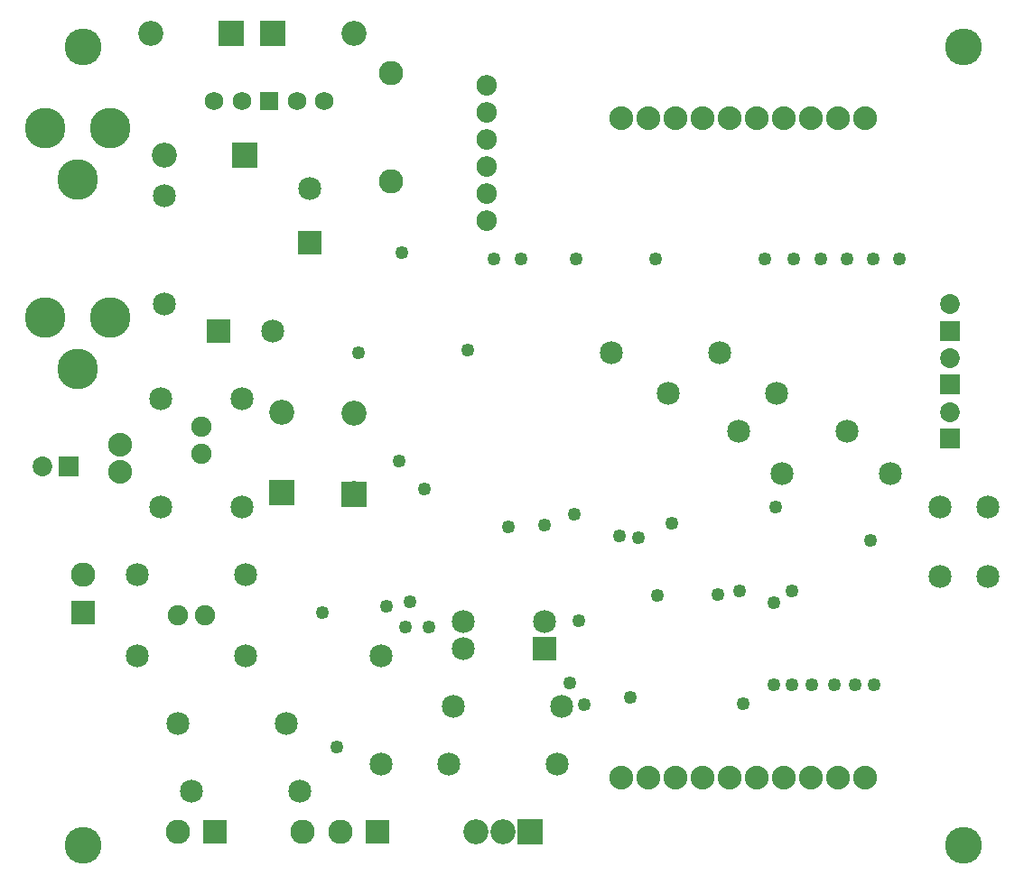
<source format=gts>
G04 MADE WITH FRITZING*
G04 WWW.FRITZING.ORG*
G04 DOUBLE SIDED*
G04 HOLES PLATED*
G04 CONTOUR ON CENTER OF CONTOUR VECTOR*
%ASAXBY*%
%FSLAX23Y23*%
%MOIN*%
%OFA0B0*%
%SFA1.0B1.0*%
%ADD10C,0.088000*%
%ADD11C,0.049370*%
%ADD12C,0.135984*%
%ADD13C,0.090000*%
%ADD14C,0.092000*%
%ADD15C,0.085000*%
%ADD16C,0.075000*%
%ADD17C,0.069000*%
%ADD18C,0.150000*%
%ADD19C,0.072992*%
%ADD20R,0.092000X0.092000*%
%ADD21R,0.085000X0.085000*%
%ADD22R,0.090000X0.090000*%
%ADD23R,0.069889X0.069000*%
%ADD24R,0.072992X0.072992*%
%ADD25R,0.001000X0.001000*%
%LNMASK1*%
G90*
G70*
G54D10*
X3132Y2892D03*
X3032Y2892D03*
X2932Y2892D03*
X2832Y2892D03*
X2732Y2892D03*
X2632Y2892D03*
X2532Y2892D03*
X2432Y2892D03*
X2332Y2892D03*
X2232Y2892D03*
X3132Y2892D03*
X3032Y2892D03*
X2932Y2892D03*
X2832Y2892D03*
X2732Y2892D03*
X2632Y2892D03*
X2532Y2892D03*
X2432Y2892D03*
X2332Y2892D03*
X2232Y2892D03*
X3131Y455D03*
X3031Y455D03*
X2931Y455D03*
X2831Y455D03*
X2731Y455D03*
X2631Y455D03*
X2531Y455D03*
X2431Y455D03*
X2331Y455D03*
X2231Y455D03*
X3131Y455D03*
X3031Y455D03*
X2931Y455D03*
X2831Y455D03*
X2731Y455D03*
X2631Y455D03*
X2531Y455D03*
X2431Y455D03*
X2331Y455D03*
X2231Y455D03*
G54D11*
X1763Y2372D03*
X1862Y2372D03*
X2067Y2372D03*
X2358Y2372D03*
X2763Y2372D03*
X2870Y2372D03*
X2968Y2372D03*
X3067Y2372D03*
X3161Y2372D03*
X3259Y2372D03*
X2590Y1132D03*
X2795Y1101D03*
X2669Y1144D03*
X2862Y1144D03*
X2795Y798D03*
X2862Y798D03*
X2937Y798D03*
X3019Y798D03*
X3094Y798D03*
X3165Y798D03*
X2224Y1349D03*
X2418Y1396D03*
X2295Y1341D03*
X1366Y1089D03*
X2366Y1128D03*
X2043Y806D03*
X1815Y1380D03*
X3153Y1333D03*
X1413Y1624D03*
X2059Y1428D03*
X2681Y727D03*
X1507Y1522D03*
X1523Y1010D03*
X1948Y1388D03*
X1129Y1065D03*
X1452Y1105D03*
X2094Y724D03*
X1437Y1010D03*
X2802Y1456D03*
X2074Y1034D03*
X2267Y750D03*
X1181Y569D03*
X1421Y2396D03*
G54D12*
X3494Y3154D03*
X244Y3154D03*
X3494Y204D03*
X244Y204D03*
G54D13*
X1381Y3058D03*
X1381Y2658D03*
G54D14*
X1894Y254D03*
X1794Y254D03*
X1694Y254D03*
G54D15*
X1949Y932D03*
X1649Y932D03*
X1949Y1032D03*
X1649Y1032D03*
X3409Y1199D03*
X3409Y1455D03*
X3586Y1199D03*
X3586Y1455D03*
G54D13*
X1332Y254D03*
X1194Y254D03*
X1057Y254D03*
X244Y1066D03*
X244Y1204D03*
X732Y254D03*
X594Y254D03*
G54D16*
X594Y1054D03*
X694Y1054D03*
X594Y1054D03*
X694Y1054D03*
X681Y1752D03*
X681Y1652D03*
X681Y1752D03*
X681Y1652D03*
G54D15*
X744Y2104D03*
X944Y2104D03*
X1082Y2432D03*
X1082Y2632D03*
G54D17*
X729Y2955D03*
X831Y2955D03*
X933Y2955D03*
X1034Y2955D03*
X1136Y2955D03*
G54D18*
X344Y2154D03*
X104Y2154D03*
X224Y1964D03*
X344Y2854D03*
X104Y2854D03*
X224Y2664D03*
G54D14*
X946Y3204D03*
X1244Y3204D03*
X842Y2754D03*
X544Y2754D03*
X1244Y1504D03*
X1244Y1802D03*
X980Y1508D03*
X980Y1806D03*
X792Y3204D03*
X494Y3204D03*
G54D15*
X1044Y404D03*
X644Y404D03*
X444Y1204D03*
X844Y1204D03*
X844Y904D03*
X444Y904D03*
X831Y1455D03*
X831Y1855D03*
X531Y1855D03*
X531Y1455D03*
X994Y654D03*
X594Y654D03*
X2824Y1577D03*
X3224Y1577D03*
X2194Y2026D03*
X2594Y2026D03*
X2407Y1876D03*
X2807Y1876D03*
X2666Y1735D03*
X3066Y1735D03*
X1611Y719D03*
X2011Y719D03*
X1594Y504D03*
X1994Y504D03*
X1344Y904D03*
X1344Y504D03*
X544Y2604D03*
X544Y2204D03*
G54D19*
X3444Y2105D03*
X3444Y2204D03*
X3444Y1907D03*
X3444Y2005D03*
X3444Y1707D03*
X3444Y1805D03*
X193Y1604D03*
X94Y1604D03*
G54D11*
X1665Y2034D03*
X1263Y2026D03*
G54D10*
X381Y1685D03*
X381Y1585D03*
X381Y1685D03*
X381Y1585D03*
G54D20*
X1894Y254D03*
G54D21*
X1949Y932D03*
G54D22*
X1332Y254D03*
X244Y1066D03*
X732Y254D03*
G54D21*
X744Y2104D03*
X1082Y2432D03*
G54D23*
X933Y2955D03*
G54D20*
X945Y3204D03*
X843Y2754D03*
X1244Y1503D03*
X980Y1507D03*
X793Y3204D03*
G54D24*
X3444Y2105D03*
X3444Y1907D03*
X3444Y1707D03*
X193Y1604D03*
G54D25*
X1729Y3050D02*
X1742Y3050D01*
X1725Y3049D02*
X1746Y3049D01*
X1722Y3048D02*
X1749Y3048D01*
X1719Y3047D02*
X1751Y3047D01*
X1717Y3046D02*
X1753Y3046D01*
X1716Y3045D02*
X1755Y3045D01*
X1714Y3044D02*
X1756Y3044D01*
X1713Y3043D02*
X1757Y3043D01*
X1712Y3042D02*
X1759Y3042D01*
X1710Y3041D02*
X1760Y3041D01*
X1709Y3040D02*
X1761Y3040D01*
X1708Y3039D02*
X1762Y3039D01*
X1707Y3038D02*
X1763Y3038D01*
X1707Y3037D02*
X1764Y3037D01*
X1706Y3036D02*
X1765Y3036D01*
X1705Y3035D02*
X1765Y3035D01*
X1704Y3034D02*
X1766Y3034D01*
X1704Y3033D02*
X1767Y3033D01*
X1703Y3032D02*
X1767Y3032D01*
X1702Y3031D02*
X1768Y3031D01*
X1702Y3030D02*
X1768Y3030D01*
X1701Y3029D02*
X1769Y3029D01*
X1701Y3028D02*
X1769Y3028D01*
X1701Y3027D02*
X1770Y3027D01*
X1700Y3026D02*
X1770Y3026D01*
X1700Y3025D02*
X1771Y3025D01*
X1699Y3024D02*
X1771Y3024D01*
X1699Y3023D02*
X1771Y3023D01*
X1699Y3022D02*
X1771Y3022D01*
X1699Y3021D02*
X1772Y3021D01*
X1698Y3020D02*
X1772Y3020D01*
X1698Y3019D02*
X1772Y3019D01*
X1698Y3018D02*
X1772Y3018D01*
X1698Y3017D02*
X1772Y3017D01*
X1698Y3016D02*
X1772Y3016D01*
X1698Y3015D02*
X1773Y3015D01*
X1698Y3014D02*
X1773Y3014D01*
X1698Y3013D02*
X1773Y3013D01*
X1698Y3012D02*
X1773Y3012D01*
X1698Y3011D02*
X1773Y3011D01*
X1698Y3010D02*
X1773Y3010D01*
X1698Y3009D02*
X1772Y3009D01*
X1698Y3008D02*
X1772Y3008D01*
X1698Y3007D02*
X1772Y3007D01*
X1698Y3006D02*
X1772Y3006D01*
X1699Y3005D02*
X1772Y3005D01*
X1699Y3004D02*
X1772Y3004D01*
X1699Y3003D02*
X1771Y3003D01*
X1699Y3002D02*
X1771Y3002D01*
X1700Y3001D02*
X1771Y3001D01*
X1700Y3000D02*
X1770Y3000D01*
X1700Y2999D02*
X1770Y2999D01*
X1701Y2998D02*
X1770Y2998D01*
X1701Y2997D02*
X1769Y2997D01*
X1702Y2996D02*
X1769Y2996D01*
X1702Y2995D02*
X1768Y2995D01*
X1703Y2994D02*
X1768Y2994D01*
X1703Y2993D02*
X1767Y2993D01*
X1704Y2992D02*
X1766Y2992D01*
X1705Y2991D02*
X1766Y2991D01*
X1705Y2990D02*
X1765Y2990D01*
X1706Y2989D02*
X1764Y2989D01*
X1707Y2988D02*
X1763Y2988D01*
X1708Y2987D02*
X1763Y2987D01*
X1709Y2986D02*
X1762Y2986D01*
X1710Y2985D02*
X1761Y2985D01*
X1711Y2984D02*
X1759Y2984D01*
X1712Y2983D02*
X1758Y2983D01*
X1714Y2982D02*
X1757Y2982D01*
X1715Y2981D02*
X1755Y2981D01*
X1717Y2980D02*
X1754Y2980D01*
X1718Y2979D02*
X1752Y2979D01*
X1720Y2978D02*
X1750Y2978D01*
X1723Y2977D02*
X1747Y2977D01*
X1726Y2976D02*
X1744Y2976D01*
X1732Y2975D02*
X1739Y2975D01*
X1729Y2950D02*
X1742Y2950D01*
X1725Y2949D02*
X1746Y2949D01*
X1722Y2948D02*
X1749Y2948D01*
X1719Y2947D02*
X1751Y2947D01*
X1717Y2946D02*
X1753Y2946D01*
X1716Y2945D02*
X1755Y2945D01*
X1714Y2944D02*
X1756Y2944D01*
X1713Y2943D02*
X1758Y2943D01*
X1712Y2942D02*
X1759Y2942D01*
X1710Y2941D02*
X1760Y2941D01*
X1709Y2940D02*
X1761Y2940D01*
X1708Y2939D02*
X1762Y2939D01*
X1707Y2938D02*
X1763Y2938D01*
X1707Y2937D02*
X1764Y2937D01*
X1706Y2936D02*
X1765Y2936D01*
X1705Y2935D02*
X1765Y2935D01*
X1704Y2934D02*
X1766Y2934D01*
X1704Y2933D02*
X1767Y2933D01*
X1703Y2932D02*
X1767Y2932D01*
X1702Y2931D02*
X1768Y2931D01*
X1702Y2930D02*
X1768Y2930D01*
X1701Y2929D02*
X1769Y2929D01*
X1701Y2928D02*
X1769Y2928D01*
X1701Y2927D02*
X1770Y2927D01*
X1700Y2926D02*
X1770Y2926D01*
X1700Y2925D02*
X1771Y2925D01*
X1699Y2924D02*
X1771Y2924D01*
X1699Y2923D02*
X1771Y2923D01*
X1699Y2922D02*
X1771Y2922D01*
X1699Y2921D02*
X1772Y2921D01*
X1698Y2920D02*
X1772Y2920D01*
X1698Y2919D02*
X1772Y2919D01*
X1698Y2918D02*
X1772Y2918D01*
X1698Y2917D02*
X1772Y2917D01*
X1698Y2916D02*
X1772Y2916D01*
X1698Y2915D02*
X1773Y2915D01*
X1698Y2914D02*
X1773Y2914D01*
X1698Y2913D02*
X1773Y2913D01*
X1698Y2912D02*
X1773Y2912D01*
X1698Y2911D02*
X1773Y2911D01*
X1698Y2910D02*
X1773Y2910D01*
X1698Y2909D02*
X1772Y2909D01*
X1698Y2908D02*
X1772Y2908D01*
X1698Y2907D02*
X1772Y2907D01*
X1698Y2906D02*
X1772Y2906D01*
X1699Y2905D02*
X1772Y2905D01*
X1699Y2904D02*
X1772Y2904D01*
X1699Y2903D02*
X1771Y2903D01*
X1699Y2902D02*
X1771Y2902D01*
X1700Y2901D02*
X1771Y2901D01*
X1700Y2900D02*
X1770Y2900D01*
X1700Y2899D02*
X1770Y2899D01*
X1701Y2898D02*
X1770Y2898D01*
X1701Y2897D02*
X1769Y2897D01*
X1702Y2896D02*
X1769Y2896D01*
X1702Y2895D02*
X1768Y2895D01*
X1703Y2894D02*
X1768Y2894D01*
X1703Y2893D02*
X1767Y2893D01*
X1704Y2892D02*
X1766Y2892D01*
X1705Y2891D02*
X1766Y2891D01*
X1705Y2890D02*
X1765Y2890D01*
X1706Y2889D02*
X1764Y2889D01*
X1707Y2888D02*
X1763Y2888D01*
X1708Y2887D02*
X1763Y2887D01*
X1709Y2886D02*
X1762Y2886D01*
X1710Y2885D02*
X1761Y2885D01*
X1711Y2884D02*
X1759Y2884D01*
X1712Y2883D02*
X1758Y2883D01*
X1714Y2882D02*
X1757Y2882D01*
X1715Y2881D02*
X1755Y2881D01*
X1717Y2880D02*
X1754Y2880D01*
X1718Y2879D02*
X1752Y2879D01*
X1720Y2878D02*
X1750Y2878D01*
X1723Y2877D02*
X1747Y2877D01*
X1726Y2876D02*
X1744Y2876D01*
X1732Y2875D02*
X1739Y2875D01*
X1729Y2850D02*
X1742Y2850D01*
X1724Y2849D02*
X1746Y2849D01*
X1722Y2848D02*
X1749Y2848D01*
X1719Y2847D02*
X1751Y2847D01*
X1717Y2846D02*
X1753Y2846D01*
X1716Y2845D02*
X1755Y2845D01*
X1714Y2844D02*
X1756Y2844D01*
X1713Y2843D02*
X1758Y2843D01*
X1712Y2842D02*
X1759Y2842D01*
X1710Y2841D02*
X1760Y2841D01*
X1709Y2840D02*
X1761Y2840D01*
X1708Y2839D02*
X1762Y2839D01*
X1707Y2838D02*
X1763Y2838D01*
X1707Y2837D02*
X1764Y2837D01*
X1706Y2836D02*
X1765Y2836D01*
X1705Y2835D02*
X1765Y2835D01*
X1704Y2834D02*
X1766Y2834D01*
X1704Y2833D02*
X1767Y2833D01*
X1703Y2832D02*
X1767Y2832D01*
X1702Y2831D02*
X1768Y2831D01*
X1702Y2830D02*
X1769Y2830D01*
X1701Y2829D02*
X1769Y2829D01*
X1701Y2828D02*
X1769Y2828D01*
X1701Y2827D02*
X1770Y2827D01*
X1700Y2826D02*
X1770Y2826D01*
X1700Y2825D02*
X1771Y2825D01*
X1699Y2824D02*
X1771Y2824D01*
X1699Y2823D02*
X1771Y2823D01*
X1699Y2822D02*
X1771Y2822D01*
X1699Y2821D02*
X1772Y2821D01*
X1698Y2820D02*
X1772Y2820D01*
X1698Y2819D02*
X1772Y2819D01*
X1698Y2818D02*
X1772Y2818D01*
X1698Y2817D02*
X1772Y2817D01*
X1698Y2816D02*
X1773Y2816D01*
X1698Y2815D02*
X1773Y2815D01*
X1698Y2814D02*
X1773Y2814D01*
X1698Y2813D02*
X1773Y2813D01*
X1698Y2812D02*
X1773Y2812D01*
X1698Y2811D02*
X1773Y2811D01*
X1698Y2810D02*
X1773Y2810D01*
X1698Y2809D02*
X1772Y2809D01*
X1698Y2808D02*
X1772Y2808D01*
X1698Y2807D02*
X1772Y2807D01*
X1698Y2806D02*
X1772Y2806D01*
X1699Y2805D02*
X1772Y2805D01*
X1699Y2804D02*
X1772Y2804D01*
X1699Y2803D02*
X1771Y2803D01*
X1699Y2802D02*
X1771Y2802D01*
X1700Y2801D02*
X1771Y2801D01*
X1700Y2800D02*
X1770Y2800D01*
X1700Y2799D02*
X1770Y2799D01*
X1701Y2798D02*
X1770Y2798D01*
X1701Y2797D02*
X1769Y2797D01*
X1702Y2796D02*
X1769Y2796D01*
X1702Y2795D02*
X1768Y2795D01*
X1703Y2794D02*
X1768Y2794D01*
X1703Y2793D02*
X1767Y2793D01*
X1704Y2792D02*
X1766Y2792D01*
X1705Y2791D02*
X1766Y2791D01*
X1705Y2790D02*
X1765Y2790D01*
X1706Y2789D02*
X1764Y2789D01*
X1707Y2788D02*
X1763Y2788D01*
X1708Y2787D02*
X1763Y2787D01*
X1709Y2786D02*
X1762Y2786D01*
X1710Y2785D02*
X1761Y2785D01*
X1711Y2784D02*
X1759Y2784D01*
X1712Y2783D02*
X1758Y2783D01*
X1714Y2782D02*
X1757Y2782D01*
X1715Y2781D02*
X1755Y2781D01*
X1717Y2780D02*
X1754Y2780D01*
X1718Y2779D02*
X1752Y2779D01*
X1720Y2778D02*
X1750Y2778D01*
X1723Y2777D02*
X1747Y2777D01*
X1727Y2776D02*
X1744Y2776D01*
X1732Y2775D02*
X1738Y2775D01*
X1729Y2750D02*
X1742Y2750D01*
X1724Y2749D02*
X1746Y2749D01*
X1722Y2748D02*
X1749Y2748D01*
X1719Y2747D02*
X1751Y2747D01*
X1717Y2746D02*
X1753Y2746D01*
X1716Y2745D02*
X1755Y2745D01*
X1714Y2744D02*
X1756Y2744D01*
X1713Y2743D02*
X1758Y2743D01*
X1712Y2742D02*
X1759Y2742D01*
X1710Y2741D02*
X1760Y2741D01*
X1709Y2740D02*
X1761Y2740D01*
X1708Y2739D02*
X1762Y2739D01*
X1707Y2738D02*
X1763Y2738D01*
X1707Y2737D02*
X1764Y2737D01*
X1706Y2736D02*
X1765Y2736D01*
X1705Y2735D02*
X1765Y2735D01*
X1704Y2734D02*
X1766Y2734D01*
X1704Y2733D02*
X1767Y2733D01*
X1703Y2732D02*
X1767Y2732D01*
X1702Y2731D02*
X1768Y2731D01*
X1702Y2730D02*
X1768Y2730D01*
X1701Y2729D02*
X1769Y2729D01*
X1701Y2728D02*
X1769Y2728D01*
X1701Y2727D02*
X1770Y2727D01*
X1700Y2726D02*
X1770Y2726D01*
X1700Y2725D02*
X1771Y2725D01*
X1699Y2724D02*
X1771Y2724D01*
X1699Y2723D02*
X1771Y2723D01*
X1699Y2722D02*
X1771Y2722D01*
X1699Y2721D02*
X1772Y2721D01*
X1698Y2720D02*
X1772Y2720D01*
X1698Y2719D02*
X1772Y2719D01*
X1698Y2718D02*
X1772Y2718D01*
X1698Y2717D02*
X1772Y2717D01*
X1698Y2716D02*
X1773Y2716D01*
X1698Y2715D02*
X1773Y2715D01*
X1698Y2714D02*
X1773Y2714D01*
X1698Y2713D02*
X1773Y2713D01*
X1698Y2712D02*
X1773Y2712D01*
X1698Y2711D02*
X1773Y2711D01*
X1698Y2710D02*
X1773Y2710D01*
X1698Y2709D02*
X1772Y2709D01*
X1698Y2708D02*
X1772Y2708D01*
X1698Y2707D02*
X1772Y2707D01*
X1698Y2706D02*
X1772Y2706D01*
X1699Y2705D02*
X1772Y2705D01*
X1699Y2704D02*
X1772Y2704D01*
X1699Y2703D02*
X1771Y2703D01*
X1699Y2702D02*
X1771Y2702D01*
X1700Y2701D02*
X1771Y2701D01*
X1700Y2700D02*
X1770Y2700D01*
X1700Y2699D02*
X1770Y2699D01*
X1701Y2698D02*
X1770Y2698D01*
X1701Y2697D02*
X1769Y2697D01*
X1702Y2696D02*
X1769Y2696D01*
X1702Y2695D02*
X1768Y2695D01*
X1703Y2694D02*
X1768Y2694D01*
X1703Y2693D02*
X1767Y2693D01*
X1704Y2692D02*
X1766Y2692D01*
X1705Y2691D02*
X1766Y2691D01*
X1705Y2690D02*
X1765Y2690D01*
X1706Y2689D02*
X1764Y2689D01*
X1707Y2688D02*
X1763Y2688D01*
X1708Y2687D02*
X1763Y2687D01*
X1709Y2686D02*
X1762Y2686D01*
X1710Y2685D02*
X1761Y2685D01*
X1711Y2684D02*
X1759Y2684D01*
X1712Y2683D02*
X1758Y2683D01*
X1714Y2682D02*
X1757Y2682D01*
X1715Y2681D02*
X1755Y2681D01*
X1717Y2680D02*
X1754Y2680D01*
X1718Y2679D02*
X1752Y2679D01*
X1720Y2678D02*
X1750Y2678D01*
X1723Y2677D02*
X1747Y2677D01*
X1727Y2676D02*
X1744Y2676D01*
X1732Y2675D02*
X1738Y2675D01*
X1729Y2650D02*
X1742Y2650D01*
X1724Y2649D02*
X1746Y2649D01*
X1722Y2648D02*
X1749Y2648D01*
X1719Y2647D02*
X1751Y2647D01*
X1717Y2646D02*
X1753Y2646D01*
X1716Y2645D02*
X1755Y2645D01*
X1714Y2644D02*
X1756Y2644D01*
X1713Y2643D02*
X1758Y2643D01*
X1712Y2642D02*
X1759Y2642D01*
X1710Y2641D02*
X1760Y2641D01*
X1709Y2640D02*
X1761Y2640D01*
X1708Y2639D02*
X1762Y2639D01*
X1707Y2638D02*
X1763Y2638D01*
X1707Y2637D02*
X1764Y2637D01*
X1706Y2636D02*
X1765Y2636D01*
X1705Y2635D02*
X1765Y2635D01*
X1704Y2634D02*
X1766Y2634D01*
X1704Y2633D02*
X1767Y2633D01*
X1703Y2632D02*
X1767Y2632D01*
X1702Y2631D02*
X1768Y2631D01*
X1702Y2630D02*
X1769Y2630D01*
X1701Y2629D02*
X1769Y2629D01*
X1701Y2628D02*
X1769Y2628D01*
X1701Y2627D02*
X1770Y2627D01*
X1700Y2626D02*
X1770Y2626D01*
X1700Y2625D02*
X1771Y2625D01*
X1699Y2624D02*
X1771Y2624D01*
X1699Y2623D02*
X1771Y2623D01*
X1699Y2622D02*
X1771Y2622D01*
X1699Y2621D02*
X1772Y2621D01*
X1698Y2620D02*
X1772Y2620D01*
X1698Y2619D02*
X1772Y2619D01*
X1698Y2618D02*
X1772Y2618D01*
X1698Y2617D02*
X1772Y2617D01*
X1698Y2616D02*
X1773Y2616D01*
X1698Y2615D02*
X1773Y2615D01*
X1698Y2614D02*
X1773Y2614D01*
X1698Y2613D02*
X1773Y2613D01*
X1698Y2612D02*
X1773Y2612D01*
X1698Y2611D02*
X1773Y2611D01*
X1698Y2610D02*
X1773Y2610D01*
X1698Y2609D02*
X1772Y2609D01*
X1698Y2608D02*
X1772Y2608D01*
X1698Y2607D02*
X1772Y2607D01*
X1698Y2606D02*
X1772Y2606D01*
X1699Y2605D02*
X1772Y2605D01*
X1699Y2604D02*
X1772Y2604D01*
X1699Y2603D02*
X1771Y2603D01*
X1699Y2602D02*
X1771Y2602D01*
X1700Y2601D02*
X1771Y2601D01*
X1700Y2600D02*
X1770Y2600D01*
X1700Y2599D02*
X1770Y2599D01*
X1701Y2598D02*
X1770Y2598D01*
X1701Y2597D02*
X1769Y2597D01*
X1702Y2596D02*
X1769Y2596D01*
X1702Y2595D02*
X1768Y2595D01*
X1703Y2594D02*
X1768Y2594D01*
X1703Y2593D02*
X1767Y2593D01*
X1704Y2592D02*
X1766Y2592D01*
X1705Y2591D02*
X1766Y2591D01*
X1705Y2590D02*
X1765Y2590D01*
X1706Y2589D02*
X1764Y2589D01*
X1707Y2588D02*
X1763Y2588D01*
X1708Y2587D02*
X1763Y2587D01*
X1709Y2586D02*
X1762Y2586D01*
X1710Y2585D02*
X1761Y2585D01*
X1711Y2584D02*
X1759Y2584D01*
X1712Y2583D02*
X1758Y2583D01*
X1714Y2582D02*
X1757Y2582D01*
X1715Y2581D02*
X1755Y2581D01*
X1717Y2580D02*
X1754Y2580D01*
X1718Y2579D02*
X1752Y2579D01*
X1720Y2578D02*
X1750Y2578D01*
X1723Y2577D02*
X1747Y2577D01*
X1727Y2576D02*
X1744Y2576D01*
X1732Y2575D02*
X1738Y2575D01*
X1728Y2550D02*
X1742Y2550D01*
X1724Y2549D02*
X1746Y2549D01*
X1722Y2548D02*
X1749Y2548D01*
X1719Y2547D02*
X1751Y2547D01*
X1717Y2546D02*
X1753Y2546D01*
X1716Y2545D02*
X1755Y2545D01*
X1714Y2544D02*
X1756Y2544D01*
X1713Y2543D02*
X1758Y2543D01*
X1712Y2542D02*
X1759Y2542D01*
X1710Y2541D02*
X1760Y2541D01*
X1709Y2540D02*
X1761Y2540D01*
X1708Y2539D02*
X1762Y2539D01*
X1707Y2538D02*
X1763Y2538D01*
X1706Y2537D02*
X1764Y2537D01*
X1706Y2536D02*
X1765Y2536D01*
X1705Y2535D02*
X1765Y2535D01*
X1704Y2534D02*
X1766Y2534D01*
X1704Y2533D02*
X1767Y2533D01*
X1703Y2532D02*
X1767Y2532D01*
X1702Y2531D02*
X1768Y2531D01*
X1702Y2530D02*
X1769Y2530D01*
X1701Y2529D02*
X1769Y2529D01*
X1701Y2528D02*
X1769Y2528D01*
X1701Y2527D02*
X1770Y2527D01*
X1700Y2526D02*
X1770Y2526D01*
X1700Y2525D02*
X1771Y2525D01*
X1699Y2524D02*
X1771Y2524D01*
X1699Y2523D02*
X1771Y2523D01*
X1699Y2522D02*
X1771Y2522D01*
X1699Y2521D02*
X1772Y2521D01*
X1698Y2520D02*
X1772Y2520D01*
X1698Y2519D02*
X1772Y2519D01*
X1698Y2518D02*
X1772Y2518D01*
X1698Y2517D02*
X1772Y2517D01*
X1698Y2516D02*
X1773Y2516D01*
X1698Y2515D02*
X1773Y2515D01*
X1698Y2514D02*
X1773Y2514D01*
X1698Y2513D02*
X1773Y2513D01*
X1698Y2512D02*
X1773Y2512D01*
X1698Y2511D02*
X1773Y2511D01*
X1698Y2510D02*
X1773Y2510D01*
X1698Y2509D02*
X1772Y2509D01*
X1698Y2508D02*
X1772Y2508D01*
X1698Y2507D02*
X1772Y2507D01*
X1698Y2506D02*
X1772Y2506D01*
X1699Y2505D02*
X1772Y2505D01*
X1699Y2504D02*
X1772Y2504D01*
X1699Y2503D02*
X1771Y2503D01*
X1699Y2502D02*
X1771Y2502D01*
X1700Y2501D02*
X1771Y2501D01*
X1700Y2500D02*
X1770Y2500D01*
X1700Y2499D02*
X1770Y2499D01*
X1701Y2498D02*
X1770Y2498D01*
X1701Y2497D02*
X1769Y2497D01*
X1702Y2496D02*
X1769Y2496D01*
X1702Y2495D02*
X1768Y2495D01*
X1703Y2494D02*
X1768Y2494D01*
X1703Y2493D02*
X1767Y2493D01*
X1704Y2492D02*
X1766Y2492D01*
X1705Y2491D02*
X1766Y2491D01*
X1705Y2490D02*
X1765Y2490D01*
X1706Y2489D02*
X1764Y2489D01*
X1707Y2488D02*
X1763Y2488D01*
X1708Y2487D02*
X1763Y2487D01*
X1709Y2486D02*
X1762Y2486D01*
X1710Y2485D02*
X1761Y2485D01*
X1711Y2484D02*
X1759Y2484D01*
X1712Y2483D02*
X1758Y2483D01*
X1714Y2482D02*
X1757Y2482D01*
X1715Y2481D02*
X1755Y2481D01*
X1717Y2480D02*
X1754Y2480D01*
X1719Y2479D02*
X1752Y2479D01*
X1721Y2478D02*
X1750Y2478D01*
X1723Y2477D02*
X1747Y2477D01*
X1727Y2476D02*
X1744Y2476D01*
X1733Y2475D02*
X1738Y2475D01*
D02*
G04 End of Mask1*
M02*
</source>
